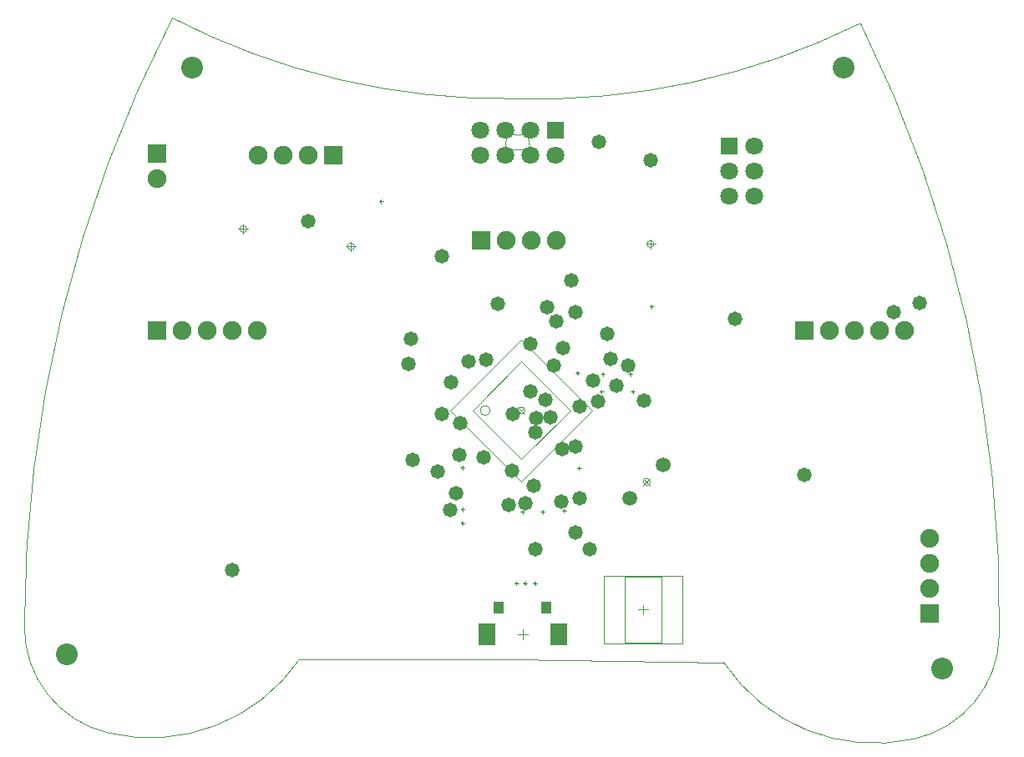
<source format=gbs>
G04*
G04 #@! TF.GenerationSoftware,Altium Limited,Altium Designer,19.0.4 (130)*
G04*
G04 Layer_Color=16711935*
%FSLAX44Y44*%
%MOMM*%
G71*
G01*
G75*
%ADD19C,0.1000*%
%ADD20C,0.0127*%
%ADD21C,0.0500*%
%ADD22C,0.0254*%
%ADD45C,1.8032*%
%ADD46R,1.8032X1.8032*%
%ADD47R,1.9032X1.9032*%
%ADD48C,1.9032*%
%ADD49R,1.7032X2.2032*%
%ADD50R,1.0032X1.2032*%
%ADD51R,1.8032X1.8032*%
%ADD52C,1.5032*%
%ADD53R,1.9032X1.9032*%
%ADD54C,1.4732*%
%ADD55C,2.2032*%
D19*
X427970Y308610D02*
G03*
X427970Y308610I-5000J0D01*
G01*
X459740Y259112D02*
X509238Y308610D01*
X410243D02*
X459740Y358108D01*
X509238Y308610D01*
X410243D02*
X459740Y259112D01*
X564430Y73180D02*
X601430D01*
X564430Y140180D02*
X601430D01*
Y73180D02*
Y140180D01*
X564430Y73180D02*
Y140180D01*
X459740Y236768D02*
X531582Y308610D01*
X387898D02*
X459740Y380452D01*
X531582Y308610D01*
X387898D02*
X459740Y236768D01*
X582930Y101680D02*
Y111680D01*
X577930Y106680D02*
X587930D01*
X542930Y72180D02*
X622930D01*
X542930Y141180D02*
X622930D01*
Y72180D02*
Y141180D01*
X542930Y72180D02*
Y141180D01*
X461010Y76200D02*
Y86360D01*
X455930Y81280D02*
X466090D01*
D20*
X448678Y587462D02*
G03*
X448678Y587462I-762J0D01*
G01*
X446790Y574092D02*
G03*
X446790Y574092I-762J0D01*
G01*
X466296Y573946D02*
G03*
X466296Y573946I-762J0D01*
G01*
X464608Y587343D02*
G03*
X464608Y587343I-762J0D01*
G01*
X455883Y587712D02*
G03*
X464756Y589656I563J18652D01*
G01*
X468332Y573904D02*
G03*
X464756Y589656I-34222J512D01*
G01*
X466143Y571215D02*
G03*
X468332Y573904I-609J2731D01*
G01*
X461236Y573186D02*
G03*
X466143Y571215I3890J2593D01*
G01*
X447042Y589788D02*
G03*
X455883Y587712I8558J16582D01*
G01*
X447042Y589788D02*
G03*
X443230Y574092I30414J-15696D01*
G01*
D02*
G03*
X445378Y571371I2798J0D01*
G01*
D02*
G03*
X450314Y573267I1085J4547D01*
G01*
X455775D02*
X461236Y573186D01*
X450314Y573267D02*
X455775D01*
X454100Y625024D02*
G03*
X803395Y701537I22172J734335D01*
G01*
X944190Y81400D02*
G03*
X803395Y701537I-1347306J20160D01*
G01*
X858013Y-24466D02*
G03*
X944190Y81400I-23963J107514D01*
G01*
X664831Y53097D02*
G03*
X858013Y-24466I153145J102073D01*
G01*
X105988Y706755D02*
G03*
X454100Y625024I336929J652854D01*
G01*
X105988Y706755D02*
G03*
X-44070Y88794I1197399J-617961D01*
G01*
X-44070D02*
G03*
X40514Y-18350I110153J0D01*
G01*
Y-18350D02*
G03*
X234835Y56314I42720J179018D01*
G01*
X449845Y56314D02*
X664831Y53097D01*
X234835Y56314D02*
X449845D01*
D21*
X463240Y308610D02*
G03*
X463240Y308610I-3500J0D01*
G01*
X181300Y492760D02*
G03*
X181300Y492760I-3500J0D01*
G01*
X594050Y477520D02*
G03*
X594050Y477520I-3500J0D01*
G01*
X590240Y236220D02*
G03*
X590240Y236220I-3500J0D01*
G01*
X290520Y474980D02*
G03*
X290520Y474980I-3500J0D01*
G01*
X456204Y312146D02*
X463275Y305075D01*
X456205D02*
X463276Y312146D01*
X177800Y487760D02*
Y497760D01*
X172800Y492760D02*
X182800D01*
X585550Y477520D02*
X595550D01*
X590550Y472520D02*
Y482520D01*
X583205Y232685D02*
X590276Y239756D01*
X583205Y239755D02*
X590276Y232684D01*
X282020Y474980D02*
X292020D01*
X287020Y469980D02*
Y479980D01*
D22*
X574041Y327661D02*
G03*
X574041Y327661I-1270J0D01*
G01*
X571460Y345440D02*
G03*
X571460Y345440I-1270J0D01*
G01*
X401360Y194310D02*
G03*
X401360Y194310I-1270J0D01*
G01*
X518120Y346710D02*
G03*
X518120Y346710I-1270J0D01*
G01*
X482560Y205740D02*
G03*
X482560Y205740I-1270J0D01*
G01*
X542330Y327660D02*
G03*
X542330Y327660I-1270J0D01*
G01*
X543600Y345440D02*
G03*
X543600Y345440I-1270J0D01*
G01*
X455930Y133390D02*
G03*
X455930Y133390I-1270J0D01*
G01*
X464820Y133350D02*
G03*
X464820Y133350I-1270J0D01*
G01*
X504191Y207011D02*
G03*
X504191Y207011I-1270J0D01*
G01*
X401360Y208280D02*
G03*
X401360Y208280I-1270J0D01*
G01*
X462281Y205741D02*
G03*
X462281Y205741I-1270J0D01*
G01*
X474980Y133390D02*
G03*
X474980Y133390I-1270J0D01*
G01*
X519430Y250230D02*
G03*
X519430Y250230I-1270J0D01*
G01*
X593090Y413980D02*
G03*
X593090Y413980I-1270J0D01*
G01*
X401320Y250690D02*
G03*
X401320Y250690I-1270J0D01*
G01*
X318770Y520660D02*
G03*
X318770Y520660I-1270J0D01*
G01*
X572771Y325661D02*
Y329661D01*
X570770Y327661D02*
X574771D01*
X568190Y345440D02*
X572190D01*
X570190Y343440D02*
Y347440D01*
X400090Y192310D02*
Y196310D01*
X398090Y194310D02*
X402090D01*
X516850Y344710D02*
Y348710D01*
X514850Y346710D02*
X518850D01*
X481290Y203740D02*
Y207740D01*
X479290Y205740D02*
X483290D01*
X539060Y327660D02*
X543060D01*
X541060Y325660D02*
Y329660D01*
X540330Y345440D02*
X544330D01*
X542330Y343440D02*
Y347440D01*
X454660Y131390D02*
Y135390D01*
X452660Y133390D02*
X456660D01*
X463550Y131350D02*
Y135350D01*
X461550Y133350D02*
X465550D01*
X502921Y205011D02*
Y209011D01*
X500921Y207011D02*
X504921D01*
X400090Y206280D02*
Y210280D01*
X398090Y208280D02*
X402090D01*
X461011Y203741D02*
Y207741D01*
X459011Y205741D02*
X463011D01*
X473710Y131390D02*
Y135390D01*
X471710Y133390D02*
X475710D01*
X516160Y250230D02*
X520160D01*
X518160Y248230D02*
Y252230D01*
X591820Y411980D02*
Y415980D01*
X589820Y413980D02*
X593820D01*
X398050Y250691D02*
X402050D01*
X400050Y248691D02*
Y252691D01*
X317500Y518660D02*
Y522660D01*
X315500Y520660D02*
X319500D01*
D45*
X443510Y593090D02*
D03*
Y567690D02*
D03*
X468910Y593090D02*
D03*
Y567690D02*
D03*
X494310D02*
D03*
X418110Y593090D02*
D03*
Y567690D02*
D03*
X670560Y525780D02*
D03*
X695960D02*
D03*
X670560Y551180D02*
D03*
X695960D02*
D03*
Y576580D02*
D03*
D46*
X494310Y593090D02*
D03*
D47*
X873760Y102870D02*
D03*
X90170Y568960D02*
D03*
D48*
X873760Y128270D02*
D03*
Y153670D02*
D03*
Y179070D02*
D03*
X444500Y481330D02*
D03*
X469900D02*
D03*
X495300D02*
D03*
X243840Y567690D02*
D03*
X218440D02*
D03*
X193040D02*
D03*
X848360Y389890D02*
D03*
X772160D02*
D03*
X797560D02*
D03*
X822960D02*
D03*
X191770D02*
D03*
X115570D02*
D03*
X140970D02*
D03*
X166370D02*
D03*
X90170Y543560D02*
D03*
D49*
X424760Y81280D02*
D03*
X497260D02*
D03*
D50*
X485260Y108380D02*
D03*
X436760D02*
D03*
D51*
X670560Y576580D02*
D03*
D52*
X603711Y253191D02*
D03*
X569769Y219249D02*
D03*
D53*
X419100Y481330D02*
D03*
X269240Y567690D02*
D03*
X746760Y389890D02*
D03*
X90170D02*
D03*
D54*
X514350Y408550D02*
D03*
X584200Y318770D02*
D03*
X532638Y338836D02*
D03*
X424180Y360426D02*
D03*
X421132Y260858D02*
D03*
X567690Y354076D02*
D03*
X387350Y208026D02*
D03*
X397002Y263398D02*
D03*
X518661Y219249D02*
D03*
X451358Y305308D02*
D03*
X474726Y301028D02*
D03*
X473456Y286512D02*
D03*
X501396Y372364D02*
D03*
X446995Y212643D02*
D03*
X472440Y232410D02*
D03*
X473710Y168148D02*
D03*
X529082D02*
D03*
X518922Y313182D02*
D03*
X492506Y354584D02*
D03*
X378714Y465328D02*
D03*
Y305308D02*
D03*
X500888Y269748D02*
D03*
X397510Y295910D02*
D03*
X514858Y272034D02*
D03*
X388620Y337566D02*
D03*
X484378Y319786D02*
D03*
X837184Y408178D02*
D03*
X485864Y413512D02*
D03*
X347980Y381000D02*
D03*
X546700Y386080D02*
D03*
X243840Y500634D02*
D03*
X494792Y399288D02*
D03*
X537974Y580896D02*
D03*
X344932Y355854D02*
D03*
X468884Y328168D02*
D03*
X863210Y417440D02*
D03*
X435610Y416560D02*
D03*
X676402Y402082D02*
D03*
X463511Y214884D02*
D03*
X500380Y216154D02*
D03*
X746760Y243078D02*
D03*
X393700Y224790D02*
D03*
X488950Y302006D02*
D03*
X556260Y334010D02*
D03*
X537718Y317754D02*
D03*
X549910Y360934D02*
D03*
X510540Y440690D02*
D03*
X166370Y147066D02*
D03*
X374650Y246380D02*
D03*
X406400Y358648D02*
D03*
X468904Y376073D02*
D03*
X514096Y185166D02*
D03*
X349758Y258318D02*
D03*
X590550Y562610D02*
D03*
X450576Y247904D02*
D03*
D55*
X786130Y656590D02*
D03*
X886460Y46990D02*
D03*
X-1270Y60960D02*
D03*
X125730Y656590D02*
D03*
M02*

</source>
